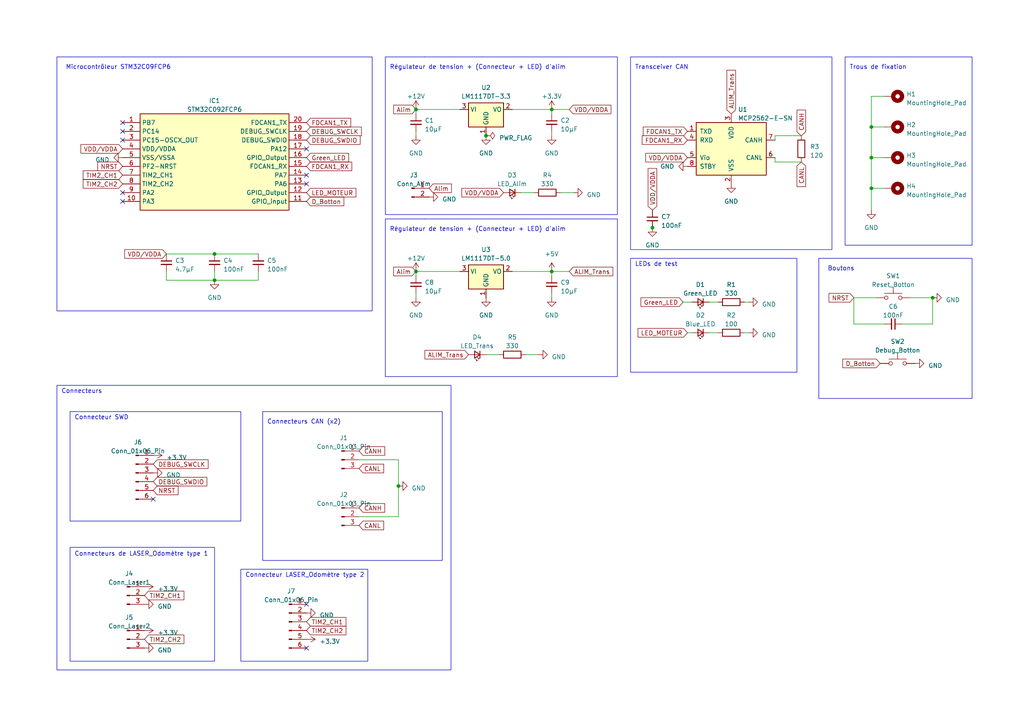
<source format=kicad_sch>
(kicad_sch (version 20250114) (generator "eeschema") (generator_version "9.0")
  (paper "A4")
  (title_block (title "PROJET_CONCEPTION_ODOMETRE") (date "2026-02-10") (rev "1.0") (company "ENSEA"))
  (lib_symbols
    (symbol "Connector:Conn_01x02_Pin" (pin_names (offset 1.016) (hide yes))
      (property "Reference" "J" (at 0 2.54 0))
      (property "Value" "Conn_01x02_Pin" (at 0 -5.08 0))
      (symbol "Conn_01x02_Pin_1_1"
        (rectangle (start 0.8636 0.127) (end 0 -0.127) (stroke (width 0.1524)) (fill (type outline)))
        (rectangle (start 0.8636 -2.413) (end 0 -2.667) (stroke (width 0.1524)) (fill (type outline)))
        (polyline (pts (xy 1.27 0) (xy 0.8636 0)) (stroke (width 0.1524)))
        (polyline (pts (xy 1.27 -2.54) (xy 0.8636 -2.54)) (stroke (width 0.1524)))
        (pin passive line (at 5.08 0 180) (length 3.81) (name "Pin_1") (number "1"))
        (pin passive line (at 5.08 -2.54 180) (length 3.81) (name "Pin_2") (number "2"))
      )
    )
    (symbol "Connector:Conn_01x03_Pin" (pin_names (offset 1.016) (hide yes))
      (property "Reference" "J" (at 0 5.08 0))
      (property "Value" "Conn_01x03_Pin" (at 0 -5.08 0))
      (symbol "Conn_01x03_Pin_1_1"
        (rectangle (start 0.8636 2.667) (end 0 2.413) (stroke (width 0.1524)) (fill (type outline)))
        (rectangle (start 0.8636 0.127) (end 0 -0.127) (stroke (width 0.1524)) (fill (type outline)))
        (rectangle (start 0.8636 -2.413) (end 0 -2.667) (stroke (width 0.1524)) (fill (type outline)))
        (polyline (pts (xy 1.27 2.54) (xy 0.8636 2.54)) (stroke (width 0.1524)))
        (polyline (pts (xy 1.27 0) (xy 0.8636 0)) (stroke (width 0.1524)))
        (polyline (pts (xy 1.27 -2.54) (xy 0.8636 -2.54)) (stroke (width 0.1524)))
        (pin passive line (at 5.08 2.54 180) (length 3.81) (name "Pin_1") (number "1"))
        (pin passive line (at 5.08 0 180) (length 3.81) (name "Pin_2") (number "2"))
        (pin passive line (at 5.08 -2.54 180) (length 3.81) (name "Pin_3") (number "3"))
      )
    )
    (symbol "Connector:Conn_01x06_Pin" (pin_names (offset 1.016) (hide yes))
      (property "Reference" "J" (at 0 7.62 0))
      (property "Value" "Conn_01x06_Pin" (at 0 -10.16 0))
      (symbol "Conn_01x06_Pin_1_1"
        (rectangle (start 0.8636 5.207) (end 0 4.953) (stroke (width 0.1524)) (fill (type outline)))
        (rectangle (start 0.8636 2.667) (end 0 2.413) (stroke (width 0.1524)) (fill (type outline)))
        (rectangle (start 0.8636 0.127) (end 0 -0.127) (stroke (width 0.1524)) (fill (type outline)))
        (rectangle (start 0.8636 -2.413) (end 0 -2.667) (stroke (width 0.1524)) (fill (type outline)))
        (rectangle (start 0.8636 -4.953) (end 0 -5.207) (stroke (width 0.1524)) (fill (type outline)))
        (rectangle (start 0.8636 -7.493) (end 0 -7.747) (stroke (width 0.1524)) (fill (type outline)))
        (polyline (pts (xy 1.27 5.08) (xy 0.8636 5.08)) (stroke (width 0.1524)))
        (polyline (pts (xy 1.27 2.54) (xy 0.8636 2.54)) (stroke (width 0.1524)))
        (polyline (pts (xy 1.27 0) (xy 0.8636 0)) (stroke (width 0.1524)))
        (polyline (pts (xy 1.27 -2.54) (xy 0.8636 -2.54)) (stroke (width 0.1524)))
        (polyline (pts (xy 1.27 -5.08) (xy 0.8636 -5.08)) (stroke (width 0.1524)))
        (polyline (pts (xy 1.27 -7.62) (xy 0.8636 -7.62)) (stroke (width 0.1524)))
        (pin passive line (at 5.08 5.08 180) (length 3.81) (name "Pin_1") (number "1"))
        (pin passive line (at 5.08 2.54 180) (length 3.81) (name "Pin_2") (number "2"))
        (pin passive line (at 5.08 0 180) (length 3.81) (name "Pin_3") (number "3"))
        (pin passive line (at 5.08 -2.54 180) (length 3.81) (name "Pin_4") (number "4"))
        (pin passive line (at 5.08 -5.08 180) (length 3.81) (name "Pin_5") (number "5"))
        (pin passive line (at 5.08 -7.62 180) (length 3.81) (name "Pin_6") (number "6"))
      )
    )
    (symbol "Device:C_Small" (pin_numbers (hide yes)) (pin_names (offset 0.254) (hide yes))
      (property "Reference" "C" (at 0.254 1.778 0))
      (property "Value" "C_Small" (at 0.254 -2.032 0))
      (symbol "C_Small_0_1"
        (polyline (pts (xy -1.524 0.508) (xy 1.524 0.508)) (stroke (width 0.3048)))
        (polyline (pts (xy -1.524 -0.508) (xy 1.524 -0.508)) (stroke (width 0.3302)))
      )
      (symbol "C_Small_1_1"
        (pin passive line (at 0 2.54 270) (length 2.032) (name "~") (number "1"))
        (pin passive line (at 0 -2.54 90) (length 2.032) (name "~") (number "2"))
      )
    )
    (symbol "Device:LED_Small" (pin_numbers (hide yes)) (pin_names (offset 0.254) (hide yes))
      (property "Reference" "D" (at -1.27 3.175 0))
      (property "Value" "LED_Small" (at -4.445 -2.54 0))
      (symbol "LED_Small_0_1"
        (polyline (pts (xy -0.762 -1.016) (xy -0.762 1.016)) (stroke (width 0.254)))
        (polyline (pts (xy 0 0.762) (xy -0.508 1.27) (xy -0.254 1.27) (xy -0.508 1.27) (xy -0.508 1.016)))
        (polyline (pts (xy 0.508 1.27) (xy 0 1.778) (xy 0.254 1.778) (xy 0 1.778) (xy 0 1.524)))
        (polyline (pts (xy 0.762 -1.016) (xy -0.762 0) (xy 0.762 1.016) (xy 0.762 -1.016)) (stroke (width 0.254)))
        (polyline (pts (xy 1.016 0) (xy -0.762 0)))
      )
      (symbol "LED_Small_1_1"
        (pin passive line (at -2.54 0 0) (length 1.778) (name "K") (number "1"))
        (pin passive line (at 2.54 0 180) (length 1.778) (name "A") (number "2"))
      )
    )
    (symbol "Device:R" (pin_numbers (hide yes)) (pin_names (offset 0))
      (property "Reference" "R" (at 2.032 0 90))
      (property "Value" "R" (at 0 0 90))
      (symbol "R_0_1"
        (rectangle (start -1.016 -2.54) (end 1.016 2.54) (stroke (width 0.254)))
      )
      (symbol "R_1_1"
        (pin passive line (at 0 3.81 270) (length 1.27) (name "~") (number "1"))
        (pin passive line (at 0 -3.81 90) (length 1.27) (name "~") (number "2"))
      )
    )
    (symbol "Interface_CAN_LIN:MCP2562-E-SN" (pin_names (offset 1.016))
      (property "Reference" "U" (at -10.16 8.89 0))
      (property "Value" "MCP2562-E-SN" (at 2.54 8.89 0))
      (symbol "MCP2562-E-SN_0_1"
        (rectangle (start -10.16 7.62) (end 10.16 -7.62) (stroke (width 0.254)) (fill (type background)))
      )
      (symbol "MCP2562-E-SN_1_1"
        (pin input line (at -12.7 5.08 0) (length 2.54) (name "TXD") (number "1"))
        (pin output line (at -12.7 2.54 0) (length 2.54) (name "RXD") (number "4"))
        (pin power_in line (at -12.7 -2.54 0) (length 2.54) (name "Vio") (number "5"))
        (pin input line (at -12.7 -5.08 0) (length 2.54) (name "STBY") (number "8"))
        (pin power_in line (at 0 10.16 270) (length 2.54) (name "VDD") (number "3"))
        (pin power_in line (at 0 -10.16 90) (length 2.54) (name "VSS") (number "2"))
        (pin bidirectional line (at 12.7 2.54 180) (length 2.54) (name "CANH") (number "7"))
        (pin bidirectional line (at 12.7 -2.54 180) (length 2.54) (name "CANL") (number "6"))
      )
    )
    (symbol "Mechanical:MountingHole_Pad" (pin_numbers (hide yes)) (pin_names (offset 1.016) (hide yes))
      (property "Reference" "H" (at 0 6.35 0))
      (property "Value" "MountingHole_Pad" (at 0 4.445 0))
      (symbol "MountingHole_Pad_0_1"
        (circle (center 0 1.27) (radius 1.27) (stroke (width 1.27)))
      )
      (symbol "MountingHole_Pad_1_1"
        (pin input line (at 0 -2.54 90) (length 2.54) (name "1") (number "1"))
      )
    )
    (symbol "Regulator_Linear:LM1117DT-3.3"
      (property "Reference" "U" (at -3.81 3.175 0))
      (property "Value" "LM1117DT-3.3" (at 0 3.175 0))
      (symbol "LM1117DT-3.3_0_1"
        (rectangle (start -5.08 -5.08) (end 5.08 1.905) (stroke (width 0.254)) (fill (type background)))
      )
      (symbol "LM1117DT-3.3_1_1"
        (pin power_in line (at -7.62 0 0) (length 2.54) (name "VI") (number "3"))
        (pin power_in line (at 0 -7.62 90) (length 2.54) (name "GND") (number "1"))
        (pin power_out line (at 7.62 0 180) (length 2.54) (name "VO") (number "2"))
      )
    )
    (symbol "Regulator_Linear:LM1117DT-5.0"
      (property "Reference" "U" (at -3.81 3.175 0))
      (property "Value" "LM1117DT-5.0" (at 0 3.175 0))
      (symbol "LM1117DT-5.0_0_1"
        (rectangle (start -5.08 -5.08) (end 5.08 1.905) (stroke (width 0.254)) (fill (type background)))
      )
      (symbol "LM1117DT-5.0_1_1"
        (pin power_in line (at -7.62 0 0) (length 2.54) (name "VI") (number "3"))
        (pin power_in line (at 0 -7.62 90) (length 2.54) (name "GND") (number "1"))
        (pin power_out line (at 7.62 0 180) (length 2.54) (name "VO") (number "2"))
      )
    )
    (symbol "STM32C092FCP6:STM32C092FCP6"
      (property "Reference" "IC1" (at 26.67 6.35 0))
      (property "Value" "STM32C092FCP6" (at 26.67 3.81 0))
      (symbol "STM32C092FCP6_1_1"
        (rectangle (start 5.08 2.54) (end 48.26 -25.4) (stroke (width 0.254)) (fill (type background)))
        (pin passive line (at 0 0 0) (length 5.08) (name "PB7") (number "1"))
        (pin passive line (at 0 -2.54 0) (length 5.08) (name "PC14") (number "2"))
        (pin passive line (at 0 -5.08 0) (length 5.08) (name "PC15-OSCX_OUT") (number "3"))
        (pin passive line (at 0 -7.62 0) (length 5.08) (name "VDD/VDDA") (number "4"))
        (pin passive line (at 0 -10.16 0) (length 5.08) (name "VSS/VSSA") (number "5"))
        (pin passive line (at 0 -12.7 0) (length 5.08) (name "PF2-NRST") (number "6"))
        (pin passive line (at 0 -15.24 0) (length 5.08) (name "TIM2_CH1") (number "7"))
        (pin passive line (at 0 -17.78 0) (length 5.08) (name "TIM2_CH2") (number "8"))
        (pin passive line (at 0 -20.32 0) (length 5.08) (name "PA2") (number "9"))
        (pin passive line (at 0 -22.86 0) (length 5.08) (name "PA3") (number "10"))
        (pin passive line (at 53.34 0 180) (length 5.08) (name "FDCAN1_TX") (number "20"))
        (pin passive line (at 53.34 -2.54 180) (length 5.08) (name "DEBUG_SWCLK") (number "19"))
        (pin passive line (at 53.34 -5.08 180) (length 5.08) (name "DEBUG_SWDIO") (number "18"))
        (pin passive line (at 53.34 -7.62 180) (length 5.08) (name "PA12") (number "17"))
        (pin passive line (at 53.34 -10.16 180) (length 5.08) (name "GPIO_Output") (number "16"))
        (pin passive line (at 53.34 -12.7 180) (length 5.08) (name "FDCAN1_RX") (number "15"))
        (pin passive line (at 53.34 -15.24 180) (length 5.08) (name "PA7") (number "14"))
        (pin passive line (at 53.34 -17.78 180) (length 5.08) (name "PA6") (number "13"))
        (pin passive line (at 53.34 -20.32 180) (length 5.08) (name "GPIO_Output") (number "12"))
        (pin passive line (at 53.34 -22.86 180) (length 5.08) (name "GPIO_input") (number "11"))
      )
    )
    (symbol "Switch:SW_Push" (pin_numbers (hide yes)) (pin_names (offset 1.016) (hide yes))
      (property "Reference" "SW" (at 1.27 2.54 0))
      (property "Value" "SW_Push" (at 0 -1.524 0))
      (symbol "SW_Push_0_1"
        (circle (center -2.032 0) (radius 0.508))
        (polyline (pts (xy 0 1.27) (xy 0 3.048)))
        (circle (center 2.032 0) (radius 0.508))
        (polyline (pts (xy 2.54 1.27) (xy -2.54 1.27)))
        (pin passive line (at -5.08 0 0) (length 2.54) (name "1") (number "1"))
        (pin passive line (at 5.08 0 180) (length 2.54) (name "2") (number "2"))
      )
    )
    (symbol "power:+12V" (power) (pin_names (offset 0))
      (property "Value" "+12V" (at 0 3.556 0))
      (symbol "+12V_0_1"
        (polyline (pts (xy -0.762 1.27) (xy 0 2.54)))
        (polyline (pts (xy 0 2.54) (xy 0.762 1.27)))
        (polyline (pts (xy 0 0) (xy 0 2.54)))
      )
      (symbol "+12V_1_1"
        (pin power_in line (at 0 0 90) (length 0) (hide yes) (name "+12V") (number "1"))
      )
    )
    (symbol "power:+3.3V" (power) (pin_names (offset 0))
      (property "Value" "+3.3V" (at 0 3.556 0))
      (symbol "+3.3V_0_1"
        (polyline (pts (xy -0.762 1.27) (xy 0 2.54)))
        (polyline (pts (xy 0 2.54) (xy 0.762 1.27)))
        (polyline (pts (xy 0 0) (xy 0 2.54)))
      )
      (symbol "+3.3V_1_1"
        (pin power_in line (at 0 0 90) (length 0) (hide yes) (name "+3.3V") (number "1"))
      )
    )
    (symbol "power:GND" (power) (pin_names (offset 0))
      (property "Value" "GND" (at 0 -3.81 0))
      (symbol "GND_0_1"
        (polyline (pts (xy 0 0) (xy 0 -1.27) (xy 1.27 -1.27) (xy 0 -2.54) (xy -1.27 -1.27) (xy 0 -1.27)))
      )
      (symbol "GND_1_1"
        (pin power_in line (at 0 0 270) (length 0) (hide yes) (name "GND") (number "1"))
      )
    )
    (symbol "power:PWR_FLAG" (power) (pin_numbers (hide yes)) (pin_names (offset 0) (hide yes))
      (property "Value" "PWR_FLAG" (at 0 3.81 0))
      (symbol "PWR_FLAG_0_0"
        (pin power_out line (at 0 0 90) (length 0) (name "pwr") (number "1"))
      )
      (symbol "PWR_FLAG_0_1"
        (polyline (pts (xy 0 0) (xy 0 1.27) (xy -1.016 1.905) (xy 0 2.54) (xy 1.016 1.905) (xy 0 1.27)))
      )
    )
  )
  (rectangle (start 16.51 111.76) (end 130.81 194.31))
  (rectangle (start 237.49 74.93) (end 281.94 115.57))
  (rectangle (start 182.88 74.93) (end 231.14 107.95))
  (rectangle (start 76.2 119.38) (end 128.27 162.56))
  (rectangle (start 16.51 16.51) (end 107.95 90.17))
  (rectangle (start 20.32 119.38) (end 69.85 151.13))
  (rectangle (start 123.19 16.51) (end 123.19 16.51))
  (rectangle (start 245.11 16.51) (end 281.94 71.12))
  (rectangle (start 111.76 16.51) (end 179.07 62.23))
  (rectangle (start 111.76 63.5) (end 179.07 109.22))
  (rectangle (start 182.88 16.51) (end 241.3 72.39))
  (rectangle (start 201.93 91.44) (end 201.93 91.44))
  (rectangle (start 20.32 158.75) (end 62.23 191.77))
  (rectangle (start 69.85 165.1) (end 106.68 191.77))
  (rectangle (start 123.19 63.5) (end 123.19 63.5))
  (text "LEDs de test\n" (at 184.15 77.47 0) (effects (font (size 1.27 1.27)) (justify left bottom)))
  (text "Transceiver CAN\n" (at 184.15 20.32 0) (effects (font (size 1.27 1.27)) (justify left bottom)))
  (text "Connecteurs CAN (x2)\n" (at 77.47 123.19 0) (effects (font (size 1.27 1.27)) (justify left bottom)))
  (text "Régulateur de tension + (Connecteur + LED) d'alim" (at 113.03 67.31 0) (effects (font (size 1.27 1.27)) (justify left bottom)))
  (text "Connecteur SWD " (at 21.59 121.92 0) (effects (font (size 1.27 1.27)) (justify left bottom)))
  (text "Connecteurs de LASER_Odomètre type 1\n\n\n\n" (at 21.59 167.64 0) (effects (font (size 1.27 1.27)) (justify left bottom)))
  (text "Connecteurs\n" (at 17.78 114.3 0) (effects (font (size 1.27 1.27)) (justify left bottom)))
  (text "Boutons" (at 240.03 78.74 0) (effects (font (size 1.27 1.27)) (justify left bottom)))
  (text "Régulateur de tension + (Connecteur + LED) d'alim" (at 113.03 20.32 0) (effects (font (size 1.27 1.27)) (justify left bottom)))
  (text "Connecteur LASER_Odomètre type 2\n" (at 71.12 167.64 0) (effects (font (size 1.27 1.27)) (justify left bottom)))
  (text "Microcontrôleur STM32C09FCP6\n" (at 19.05 20.32 0) (effects (font (size 1.27 1.27)) (justify left bottom)))
  (text "Trous de fixation\n" (at 246.38 20.32 0) (effects (font (size 1.27 1.27)) (justify left bottom)))
  (junction (at 62.23 73.66))
  (junction (at 120.65 78.74))
  (junction (at 189.23 66.04))
  (junction (at 252.73 36.83))
  (junction (at 252.73 54.61))
  (junction (at 160.02 78.74))
  (junction (at 160.02 31.75))
  (junction (at 62.23 81.28))
  (junction (at 270.51 86.36))
  (junction (at 252.73 45.72))
  (junction (at 115.57 140.97))
  (junction (at 140.97 39.37))
  (junction (at 120.65 31.75))
  (no_connect (at 88.9 175.26))
  (no_connect (at 35.56 35.56))
  (no_connect (at 88.9 50.8))
  (no_connect (at 88.9 53.34))
  (no_connect (at 44.45 144.78))
  (no_connect (at 35.56 55.88))
  (no_connect (at 88.9 43.18))
  (no_connect (at 35.56 58.42))
  (no_connect (at 88.9 187.96))
  (no_connect (at 35.56 40.64))
  (no_connect (at 35.56 38.1))
  (wire (pts (xy 224.79 39.37) (xy 232.41 39.37)))
  (wire (pts (xy 160.02 39.37) (xy 160.02 38.1)))
  (wire (pts (xy 120.65 78.74) (xy 120.65 80.01)))
  (wire (pts (xy 205.74 96.52) (xy 208.28 96.52)))
  (wire (pts (xy 270.51 93.98) (xy 270.51 86.36)))
  (wire (pts (xy 252.73 36.83) (xy 252.73 45.72)))
  (wire (pts (xy 62.23 78.74) (xy 62.23 81.28)))
  (wire (pts (xy 252.73 45.72) (xy 252.73 54.61)))
  (wire (pts (xy 224.79 45.72) (xy 224.79 46.99)))
  (wire (pts (xy 148.59 31.75) (xy 160.02 31.75)))
  (wire (pts (xy 252.73 27.94) (xy 252.73 36.83)))
  (wire (pts (xy 247.65 86.36) (xy 247.65 93.98)))
  (wire (pts (xy 152.4 102.87) (xy 156.21 102.87)))
  (wire (pts (xy 74.93 78.74) (xy 74.93 81.28)))
  (wire (pts (xy 62.23 81.28) (xy 74.93 81.28)))
  (wire (pts (xy 115.57 149.86) (xy 104.14 149.86)))
  (wire (pts (xy 256.54 27.94) (xy 252.73 27.94)))
  (wire (pts (xy 115.57 140.97) (xy 115.57 149.86)))
  (wire (pts (xy 252.73 36.83) (xy 256.54 36.83)))
  (wire (pts (xy 205.74 87.63) (xy 208.28 87.63)))
  (wire (pts (xy 247.65 93.98) (xy 256.54 93.98)))
  (wire (pts (xy 165.1 31.75) (xy 160.02 31.75)))
  (wire (pts (xy 215.9 96.52) (xy 217.17 96.52)))
  (wire (pts (xy 252.73 54.61) (xy 252.73 60.96)))
  (wire (pts (xy 48.26 78.74) (xy 48.26 81.28)))
  (wire (pts (xy 148.59 78.74) (xy 160.02 78.74)))
  (wire (pts (xy 120.65 31.75) (xy 120.65 33.02)))
  (wire (pts (xy 160.02 86.36) (xy 160.02 85.09)))
  (wire (pts (xy 160.02 78.74) (xy 160.02 80.01)))
  (wire (pts (xy 189.23 66.04) (xy 189.23 64.77)))
  (wire (pts (xy 120.65 31.75) (xy 133.35 31.75)))
  (wire (pts (xy 261.62 93.98) (xy 270.51 93.98)))
  (wire (pts (xy 62.23 73.66) (xy 74.93 73.66)))
  (wire (pts (xy 120.65 78.74) (xy 133.35 78.74)))
  (wire (pts (xy 115.57 133.35) (xy 115.57 140.97)))
  (wire (pts (xy 215.9 87.63) (xy 217.17 87.63)))
  (wire (pts (xy 48.26 73.66) (xy 62.23 73.66)))
  (wire (pts (xy 252.73 45.72) (xy 256.54 45.72)))
  (wire (pts (xy 224.79 46.99) (xy 232.41 46.99)))
  (wire (pts (xy 48.26 81.28) (xy 62.23 81.28)))
  (wire (pts (xy 151.13 55.88) (xy 154.94 55.88)))
  (wire (pts (xy 140.97 102.87) (xy 144.78 102.87)))
  (wire (pts (xy 224.79 40.64) (xy 224.79 39.37)))
  (wire (pts (xy 198.12 87.63) (xy 200.66 87.63)))
  (wire (pts (xy 120.65 85.09) (xy 120.65 86.36)))
  (wire (pts (xy 254 86.36) (xy 247.65 86.36)))
  (wire (pts (xy 120.65 38.1) (xy 120.65 39.37)))
  (wire (pts (xy 252.73 54.61) (xy 256.54 54.61)))
  (wire (pts (xy 104.14 133.35) (xy 115.57 133.35)))
  (wire (pts (xy 162.56 55.88) (xy 166.37 55.88)))
  (wire (pts (xy 165.1 78.74) (xy 160.02 78.74)))
  (wire (pts (xy 270.51 86.36) (xy 264.16 86.36)))
  (wire (pts (xy 199.39 96.52) (xy 200.66 96.52)))
  (wire (pts (xy 160.02 31.75) (xy 160.02 33.02)))
  (global_label "FDCAN1_RX" (shape input) (at 199.39 40.64 180) (property "Intersheetrefs" "${INTERSHEET_REFS}" (effects (hide yes))))
  (global_label "Alim" (shape input) (at 124.46 54.61 0) (property "Intersheetrefs" "${INTERSHEET_REFS}" (effects (hide yes))))
  (global_label "DEBUG_SWCLK" (shape input) (at 44.45 134.62 0) (property "Intersheetrefs" "${INTERSHEET_REFS}" (effects (hide yes))))
  (global_label "Green_LED" (shape input) (at 198.12 87.63 180) (property "Intersheetrefs" "${INTERSHEET_REFS}" (effects (hide yes))))
  (global_label "TIM2_CH2" (shape input) (at 41.91 185.42 0) (property "Intersheetrefs" "${INTERSHEET_REFS}" (effects (hide yes))))
  (global_label "LED_MOTEUR" (shape input) (at 199.39 96.52 180) (property "Intersheetrefs" "${INTERSHEET_REFS}" (effects (hide yes))))
  (global_label "TIM2_CH1" (shape input) (at 35.56 50.8 180) (property "Intersheetrefs" "${INTERSHEET_REFS}" (effects (hide yes))))
  (global_label "TIM2_CH1" (shape input) (at 88.9 180.34 0) (property "Intersheetrefs" "${INTERSHEET_REFS}" (effects (hide yes))))
  (global_label "VDD{slash}VDDA" (shape input) (at 189.23 60.96 90) (property "Intersheetrefs" "${INTERSHEET_REFS}" (effects (hide yes))))
  (global_label "FDCAN1_RX" (shape input) (at 88.9 48.26 0) (property "Intersheetrefs" "${INTERSHEET_REFS}" (effects (hide yes))))
  (global_label "CANH" (shape input) (at 232.41 39.37 90) (property "Intersheetrefs" "${INTERSHEET_REFS}" (effects (hide yes))))
  (global_label "Green_LED" (shape input) (at 88.9 45.72 0) (property "Intersheetrefs" "${INTERSHEET_REFS}" (effects (hide yes))))
  (global_label "FDCAN1_TX" (shape input) (at 199.39 38.1 180) (property "Intersheetrefs" "${INTERSHEET_REFS}" (effects (hide yes))))
  (global_label "VDD{slash}VDDA" (shape input) (at 165.1 31.75 0) (property "Intersheetrefs" "${INTERSHEET_REFS}" (effects (hide yes))))
  (global_label "CANL" (shape input) (at 104.14 152.4 0) (property "Intersheetrefs" "${INTERSHEET_REFS}" (effects (hide yes))))
  (global_label "VDD{slash}VDDA" (shape input) (at 48.26 73.66 180) (property "Intersheetrefs" "${INTERSHEET_REFS}" (effects (hide yes))))
  (global_label "CANH" (shape input) (at 104.14 147.32 0) (property "Intersheetrefs" "${INTERSHEET_REFS}" (effects (hide yes))))
  (global_label "VDD{slash}VDDA" (shape input) (at 35.56 43.18 180) (property "Intersheetrefs" "${INTERSHEET_REFS}" (effects (hide yes))))
  (global_label "TIM2_CH2" (shape input) (at 35.56 53.34 180) (property "Intersheetrefs" "${INTERSHEET_REFS}" (effects (hide yes))))
  (global_label "NRST" (shape input) (at 247.65 86.36 180) (property "Intersheetrefs" "${INTERSHEET_REFS}" (effects (hide yes))))
  (global_label "Alim" (shape input) (at 120.65 78.74 180) (property "Intersheetrefs" "${INTERSHEET_REFS}" (effects (hide yes))))
  (global_label "TIM2_CH2" (shape input) (at 88.9 182.88 0) (property "Intersheetrefs" "${INTERSHEET_REFS}" (effects (hide yes))))
  (global_label "NRST" (shape input) (at 44.45 142.24 0) (property "Intersheetrefs" "${INTERSHEET_REFS}" (effects (hide yes))))
  (global_label "D_Botton" (shape input) (at 88.9 58.42 0) (property "Intersheetrefs" "${INTERSHEET_REFS}" (effects (hide yes))))
  (global_label "VDD{slash}VDDA" (shape input) (at 199.39 45.72 180) (property "Intersheetrefs" "${INTERSHEET_REFS}" (effects (hide yes))))
  (global_label "DEBUG_SWCLK" (shape input) (at 88.9 38.1 0) (property "Intersheetrefs" "${INTERSHEET_REFS}" (effects (hide yes))))
  (global_label "CANL" (shape input) (at 232.41 46.99 270) (property "Intersheetrefs" "${INTERSHEET_REFS}" (effects (hide yes))))
  (global_label "CANH" (shape input) (at 104.14 130.81 0) (property "Intersheetrefs" "${INTERSHEET_REFS}" (effects (hide yes))))
  (global_label "Alim" (shape input) (at 120.65 31.75 180) (property "Intersheetrefs" "${INTERSHEET_REFS}" (effects (hide yes))))
  (global_label "NRST" (shape input) (at 35.56 48.26 180) (property "Intersheetrefs" "${INTERSHEET_REFS}" (effects (hide yes))))
  (global_label "TIM2_CH1" (shape input) (at 41.91 172.72 0) (property "Intersheetrefs" "${INTERSHEET_REFS}" (effects (hide yes))))
  (global_label "ALIM_Trans" (shape input) (at 212.09 33.02 90) (property "Intersheetrefs" "${INTERSHEET_REFS}" (effects (hide yes))))
  (global_label "LED_MOTEUR" (shape input) (at 88.9 55.88 0) (property "Intersheetrefs" "${INTERSHEET_REFS}" (effects (hide yes))))
  (global_label "FDCAN1_TX" (shape input) (at 88.9 35.56 0) (property "Intersheetrefs" "${INTERSHEET_REFS}" (effects (hide yes))))
  (global_label "D_Botton" (shape input) (at 255.27 105.41 180) (property "Intersheetrefs" "${INTERSHEET_REFS}" (effects (hide yes))))
  (global_label "DEBUG_SWDIO" (shape input) (at 88.9 40.64 0) (property "Intersheetrefs" "${INTERSHEET_REFS}" (effects (hide yes))))
  (global_label "ALIM_Trans" (shape input) (at 165.1 78.74 0) (property "Intersheetrefs" "${INTERSHEET_REFS}" (effects (hide yes))))
  (global_label "ALIM_Trans" (shape input) (at 135.89 102.87 180) (property "Intersheetrefs" "${INTERSHEET_REFS}" (effects (hide yes))))
  (global_label "CANL" (shape input) (at 104.14 135.89 0) (property "Intersheetrefs" "${INTERSHEET_REFS}" (effects (hide yes))))
  (global_label "DEBUG_SWDIO" (shape input) (at 44.45 139.7 0) (property "Intersheetrefs" "${INTERSHEET_REFS}" (effects (hide yes))))
  (global_label "VDD{slash}VDDA" (shape input) (at 146.05 55.88 180) (property "Intersheetrefs" "${INTERSHEET_REFS}" (effects (hide yes))))
  (symbol (lib_id "power:GND") (at 265.43 105.41 90) (unit 1)
    (property "Reference" "#PWR026" (effects (hide yes)))
    (property "Value" "GND" (at 269.24 106.045 90) (effects (justify right)))
  )
  (symbol (lib_id "Device:C_Small") (at 62.23 76.2 0) (unit 1)
    (property "Reference" "C4" (at 64.77 75.5713 0) (effects (justify left)))
    (property "Value" "100nF" (at 64.77 78.1113 0) (effects (justify left)))
    (property "Footprint" "Capacitor_SMD:C_0805_2012Metric_Pad1.18x1.45mm_HandSolder" (effects (hide yes)))
  )
  (symbol (lib_id "Device:R") (at 158.75 55.88 90) (unit 1)
    (property "Reference" "R4" (at 158.75 50.8 90))
    (property "Value" "330" (at 158.75 53.34 90))
    (property "Footprint" "Resistor_SMD:R_0603_1608Metric_Pad0.98x0.95mm_HandSolder" (effects (hide yes)))
  )
  (symbol (lib_id "Switch:SW_Push") (at 260.35 105.41 0) (unit 1)
    (property "Reference" "SW2" (at 260.35 99.06 0))
    (property "Value" "Debug_Botton" (at 260.35 101.6 0))
    (property "Footprint" "Button_Switch_THT:SW_PUSH_6mm" (effects (hide yes)))
  )
  (symbol (lib_id "power:+3.3V") (at 41.91 170.18 270) (unit 1)
    (property "Reference" "#PWR017" (effects (hide yes)))
    (property "Value" "+3.3V" (at 45.72 170.815 90) (effects (justify left)))
  )
  (symbol (lib_id "Device:R") (at 148.59 102.87 90) (unit 1)
    (property "Reference" "R5" (at 148.59 97.79 90))
    (property "Value" "330" (at 148.59 100.33 90))
    (property "Footprint" "Resistor_SMD:R_0603_1608Metric_Pad0.98x0.95mm_HandSolder" (effects (hide yes)))
  )
  (symbol (lib_id "power:+3.3V") (at 44.45 132.08 270) (unit 1)
    (property "Reference" "#PWR012" (effects (hide yes)))
    (property "Value" "+3.3V" (at 48.26 132.715 90) (effects (justify left)))
  )
  (symbol (lib_id "power:GND") (at 160.02 39.37 0) (unit 1)
    (property "Reference" "#PWR024" (effects (hide yes)))
    (property "Value" "GND" (at 160.02 44.45 0))
  )
  (symbol (lib_id "Device:C_Small") (at 160.02 82.55 0) (unit 1)
    (property "Reference" "C9" (at 162.56 81.9213 0) (effects (justify left)))
    (property "Value" "10µF" (at 162.56 84.4613 0) (effects (justify left)))
    (property "Footprint" "Capacitor_SMD:C_0805_2012Metric_Pad1.18x1.45mm_HandSolder" (effects (hide yes)))
  )
  (symbol (lib_id "Device:R") (at 232.41 43.18 0) (unit 1)
    (property "Reference" "R3" (at 234.95 42.545 0) (effects (justify left)))
    (property "Value" "120" (at 234.95 45.085 0) (effects (justify left)))
    (property "Footprint" "Resistor_SMD:R_0603_1608Metric_Pad0.98x0.95mm_HandSolder" (effects (hide yes)))
  )
  (symbol (lib_id "Connector:Conn_01x03_Pin") (at 36.83 172.72 0) (unit 1)
    (property "Reference" "J4" (at 37.465 166.37 0))
    (property "Value" "Conn_Laser1" (at 37.465 168.91 0))
    (property "Footprint" "Connector_JST:JST_PH_B3B-PH-K_1x03_P2.00mm_Vertical" (effects (hide yes)))
  )
  (symbol (lib_id "power:+12V") (at 160.02 78.74 0) (unit 1)
    (property "Reference" "#PWR030" (effects (hide yes)))
    (property "Value" "+5V" (at 160.02 73.66 0))
  )
  (symbol (lib_id "power:GND") (at 120.65 39.37 0) (unit 1)
    (property "Reference" "#PWR014" (effects (hide yes)))
    (property "Value" "GND" (at 120.65 44.45 0))
  )
  (symbol (lib_id "Device:C_Small") (at 160.02 35.56 0) (unit 1)
    (property "Reference" "C2" (at 162.56 34.9313 0) (effects (justify left)))
    (property "Value" "10µF" (at 162.56 37.4713 0) (effects (justify left)))
    (property "Footprint" "Capacitor_SMD:C_0805_2012Metric_Pad1.18x1.45mm_HandSolder" (effects (hide yes)))
  )
  (symbol (lib_id "Interface_CAN_LIN:MCP2562-E-SN") (at 212.09 43.18 0) (unit 1)
    (property "Reference" "U1" (at 214.0459 31.75 0) (effects (justify left)))
    (property "Value" "MCP2562-E-SN" (at 214.0459 34.29 0) (effects (justify left)))
    (property "Footprint" "Package_SO:SOIC-8_3.9x4.9mm_P1.27mm" (effects (hide yes)))
    (property "Datasheet" "http://ww1.microchip.com/downloads/en/DeviceDoc/25167A.pdf" (effects (hide yes)))
  )
  (symbol (lib_id "Device:R") (at 212.09 87.63 90) (unit 1)
    (property "Reference" "R1" (at 212.09 82.55 90))
    (property "Value" "330" (at 212.09 85.09 90))
    (property "Footprint" "Resistor_SMD:R_0603_1608Metric_Pad0.98x0.95mm_HandSolder" (effects (hide yes)))
  )
  (symbol (lib_id "Mechanical:MountingHole_Pad") (at 259.08 36.83 270) (unit 1)
    (property "Reference" "H2" (at 262.89 36.195 90) (effects (justify left)))
    (property "Value" "MountingHole_Pad" (at 262.89 38.735 90) (effects (justify left)))
    (property "Footprint" "MountingHole:MountingHole_3.2mm_M3_DIN965_Pad" (effects (hide yes)))
  )
  (symbol (lib_id "power:+3.3V") (at 160.02 31.75 0) (unit 1)
    (property "Reference" "#PWR03" (effects (hide yes)))
    (property "Value" "+3.3V" (at 160.02 27.94 0))
  )
  (symbol (lib_id "power:GND") (at 189.23 66.04 0) (unit 1)
    (property "Reference" "#PWR027" (effects (hide yes)))
    (property "Value" "GND" (at 189.23 71.12 0))
  )
  (symbol (lib_id "Device:C_Small") (at 259.08 93.98 270) (unit 1)
    (property "Reference" "C6" (at 259.0736 88.9 90))
    (property "Value" "100nF" (at 259.0736 91.44 90))
    (property "Footprint" "Capacitor_SMD:C_0805_2012Metric_Pad1.18x1.45mm_HandSolder" (effects (hide yes)))
  )
  (symbol (lib_id "power:GND") (at 41.91 175.26 90) (unit 1)
    (property "Reference" "#PWR018" (effects (hide yes)))
    (property "Value" "GND" (at 45.72 175.895 90) (effects (justify right)))
  )
  (symbol (lib_id "power:GND") (at 120.65 86.36 0) (unit 1)
    (property "Reference" "#PWR029" (effects (hide yes)))
    (property "Value" "GND" (at 120.65 91.44 0))
  )
  (symbol (lib_id "power:GND") (at 115.57 140.97 90) (unit 1)
    (property "Reference" "#PWR022" (effects (hide yes)))
    (property "Value" "GND" (at 119.38 141.605 90) (effects (justify right)))
  )
  (symbol (lib_id "power:GND") (at 160.02 86.36 0) (unit 1)
    (property "Reference" "#PWR033" (effects (hide yes)))
    (property "Value" "GND" (at 160.02 91.44 0))
  )
  (symbol (lib_id "Regulator_Linear:LM1117DT-3.3") (at 140.97 31.75 0) (unit 1)
    (property "Reference" "U2" (at 140.97 25.4 0))
    (property "Value" "LM1117DT-3.3" (at 140.97 27.94 0))
    (property "Footprint" "Package_TO_SOT_SMD:TO-252-3_TabPin2" (effects (hide yes)))
    (property "Datasheet" "http://www.ti.com/lit/ds/symlink/lm1117.pdf" (effects (hide yes)))
  )
  (symbol (lib_id "power:GND") (at 62.23 81.28 0) (unit 1)
    (property "Reference" "#PWR06" (effects (hide yes)))
    (property "Value" "GND" (at 62.23 86.36 0))
  )
  (symbol (lib_id "power:+12V") (at 120.65 78.74 0) (unit 1)
    (property "Reference" "#PWR028" (effects (hide yes)))
    (property "Value" "+12V" (at 120.65 74.93 0))
  )
  (symbol (lib_id "power:+12V") (at 120.65 31.75 0) (unit 1)
    (property "Reference" "#PWR05" (effects (hide yes)))
    (property "Value" "+12V" (at 120.65 27.94 0))
  )
  (symbol (lib_id "power:+3.3V") (at 41.91 182.88 270) (unit 1)
    (property "Reference" "#PWR020" (effects (hide yes)))
    (property "Value" "+3.3V" (at 45.72 183.515 90) (effects (justify left)))
  )
  (symbol (lib_id "power:+3.3V") (at 88.9 185.42 270) (unit 1)
    (property "Reference" "#PWR025" (effects (hide yes)))
    (property "Value" "+3.3V" (at 92.71 186.055 90) (effects (justify left)))
  )
  (symbol (lib_id "power:GND") (at 166.37 55.88 90) (unit 1)
    (property "Reference" "#PWR011" (effects (hide yes)))
    (property "Value" "GND" (at 170.18 56.515 90) (effects (justify right)))
  )
  (symbol (lib_id "power:PWR_FLAG") (at 140.97 39.37 270) (unit 1)
    (property "Reference" "#FLG02" (effects (hide yes)))
    (property "Value" "PWR_FLAG" (at 144.78 40.005 90) (effects (justify left)))
  )
  (symbol (lib_id "power:GND") (at 44.45 137.16 90) (unit 1)
    (property "Reference" "#PWR013" (effects (hide yes)))
    (property "Value" "GND" (at 48.26 137.795 90) (effects (justify right)))
  )
  (symbol (lib_id "Connector:Conn_01x03_Pin") (at 36.83 185.42 0) (unit 1)
    (property "Reference" "J5" (at 37.465 179.07 0))
    (property "Value" "Conn_Laser2" (at 37.465 181.61 0))
    (property "Footprint" "Connector_JST:JST_PH_B3B-PH-K_1x03_P2.00mm_Vertical" (effects (hide yes)))
  )
  (symbol (lib_id "Device:C_Small") (at 48.26 76.2 0) (unit 1)
    (property "Reference" "C3" (at 50.8 75.5713 0) (effects (justify left)))
    (property "Value" "4.7µF" (at 50.8 78.1113 0) (effects (justify left)))
    (property "Footprint" "Capacitor_SMD:C_0805_2012Metric_Pad1.18x1.45mm_HandSolder" (effects (hide yes)))
  )
  (symbol (lib_id "power:GND") (at 124.46 57.15 90) (unit 1)
    (property "Reference" "#PWR019" (effects (hide yes)))
    (property "Value" "GND" (at 128.27 57.785 90) (effects (justify right)))
  )
  (symbol (lib_id "Device:LED_Small") (at 148.59 55.88 180) (unit 1)
    (property "Reference" "D3" (at 148.5265 50.8 0))
    (property "Value" "LED_Alim" (at 148.5265 53.34 0))
    (property "Footprint" "Diode_SMD:D_0603_1608Metric_Pad1.05x0.95mm_HandSolder" (effects (hide yes)))
  )
  (symbol (lib_id "power:GND") (at 212.09 53.34 0) (unit 1)
    (property "Reference" "#PWR016" (effects (hide yes)))
    (property "Value" "GND" (at 212.09 58.42 0))
  )
  (symbol (lib_id "Device:LED_Small") (at 138.43 102.87 180) (unit 1)
    (property "Reference" "D4" (at 138.3665 97.79 0))
    (property "Value" "LED_Trans" (at 138.3665 100.33 0))
    (property "Footprint" "Diode_SMD:D_0603_1608Metric_Pad1.05x0.95mm_HandSolder" (effects (hide yes)))
  )
  (symbol (lib_id "power:GND") (at 217.17 96.52 90) (unit 1)
    (property "Reference" "#PWR08" (effects (hide yes)))
    (property "Value" "GND" (at 220.98 97.155 90) (effects (justify right)))
  )
  (symbol (lib_id "Connector:Conn_01x03_Pin") (at 99.06 149.86 0) (unit 1)
    (property "Reference" "J2" (at 99.695 143.51 0))
    (property "Value" "Conn_01x03_Pin" (at 99.695 146.05 0))
    (property "Footprint" "Connector_PinHeader_2.54mm:PinHeader_1x03_P2.54mm_Vertical" (effects (hide yes)))
  )
  (symbol (lib_id "power:GND") (at 252.73 60.96 0) (unit 1)
    (property "Reference" "#PWR01" (effects (hide yes)))
    (property "Value" "GND" (at 252.73 66.04 0))
  )
  (symbol (lib_id "power:GND") (at 217.17 87.63 90) (unit 1)
    (property "Reference" "#PWR02" (effects (hide yes)))
    (property "Value" "GND" (at 220.98 88.265 90) (effects (justify right)))
  )
  (symbol (lib_id "power:GND") (at 35.56 45.72 270) (unit 1)
    (property "Reference" "#PWR015" (effects (hide yes)))
    (property "Value" "GND" (at 31.75 46.355 90) (effects (justify right)))
  )
  (symbol (lib_id "Mechanical:MountingHole_Pad") (at 259.08 45.72 270) (unit 1)
    (property "Reference" "H3" (at 262.89 45.085 90) (effects (justify left)))
    (property "Value" "MountingHole_Pad" (at 262.89 47.625 90) (effects (justify left)))
    (property "Footprint" "MountingHole:MountingHole_3.2mm_M3_DIN965_Pad" (effects (hide yes)))
  )
  (symbol (lib_id "power:GND") (at 41.91 187.96 90) (unit 1)
    (property "Reference" "#PWR021" (effects (hide yes)))
    (property "Value" "GND" (at 45.72 188.595 90) (effects (justify right)))
  )
  (symbol (lib_id "power:GND") (at 270.51 86.36 90) (unit 1)
    (property "Reference" "#PWR07" (effects (hide yes)))
    (property "Value" "GND" (at 274.32 86.995 90) (effects (justify right)))
  )
  (symbol (lib_id "Mechanical:MountingHole_Pad") (at 259.08 27.94 270) (unit 1)
    (property "Reference" "H1" (at 262.89 27.305 90) (effects (justify left)))
    (property "Value" "MountingHole_Pad" (at 262.89 29.845 90) (effects (justify left)))
    (property "Footprint" "MountingHole:MountingHole_3.2mm_M3_DIN965_Pad" (effects (hide yes)))
  )
  (symbol (lib_id "Device:C_Small") (at 74.93 76.2 180) (unit 1)
    (property "Reference" "C5" (at 77.47 75.5586 0) (effects (justify right)))
    (property "Value" "100nF" (at 77.47 78.0986 0) (effects (justify right)))
    (property "Footprint" "Capacitor_SMD:C_0805_2012Metric_Pad1.18x1.45mm_HandSolder" (effects (hide yes)))
  )
  (symbol (lib_id "power:GND") (at 88.9 177.8 90) (unit 1)
    (property "Reference" "#PWR023" (effects (hide yes)))
    (property "Value" "GND" (at 92.71 178.435 90) (effects (justify right)))
  )
  (symbol (lib_id "STM32C092FCP6:STM32C092FCP6") (at 35.56 35.56 0) (unit 1)
    (property "Reference" "IC1" (at 62.23 29.21 0))
    (property "Value" "STM32C092FCP6" (at 62.23 31.75 0))
    (property "Footprint" "Package_SO:TSSOP-20_4.4x6.5mm_P0.65mm" (effects (hide yes)))
    (property "Datasheet" "https://www.st.com/resource/en/datasheet/stm32c091cb.pdf" (effects (hide yes)))
    (property "Height" "1.2" (effects (hide yes)))
    (property "Manufacturer_Name" "STMicroelectronics" (effects (hide yes)))
    (property "Manufacturer_Part_Number" "STM32C092FCP6" (effects (hide yes)))
  )
  (symbol (lib_id "Device:LED_Small") (at 203.2 87.63 180) (unit 1)
    (property "Reference" "D1" (at 203.1365 82.55 0))
    (property "Value" "Green_LED" (at 203.1365 85.09 0))
    (property "Footprint" "Diode_SMD:D_0603_1608Metric_Pad1.05x0.95mm_HandSolder" (effects (hide yes)))
  )
  (symbol (lib_id "Device:C_Small") (at 120.65 82.55 0) (unit 1)
    (property "Reference" "C8" (at 123.19 81.9213 0) (effects (justify left)))
    (property "Value" "10µF" (at 123.19 84.4613 0) (effects (justify left)))
    (property "Footprint" "Capacitor_SMD:C_0805_2012Metric_Pad1.18x1.45mm_HandSolder" (effects (hide yes)))
  )
  (symbol (lib_id "Regulator_Linear:LM1117DT-5.0") (at 140.97 78.74 0) (unit 1)
    (property "Reference" "U3" (at 140.97 72.39 0))
    (property "Value" "LM1117DT-5.0" (at 140.97 74.93 0))
    (property "Footprint" "Package_TO_SOT_SMD:TO-252-3_TabPin2" (effects (hide yes)))
    (property "Datasheet" "http://www.ti.com/lit/ds/symlink/lm1117.pdf" (effects (hide yes)))
  )
  (symbol (lib_id "Connector:Conn_01x03_Pin") (at 99.06 133.35 0) (unit 1)
    (property "Reference" "J1" (at 99.695 127 0))
    (property "Value" "Conn_01x03_Pin" (at 99.695 129.54 0))
    (property "Footprint" "Connector_PinHeader_2.54mm:PinHeader_1x03_P2.54mm_Vertical" (effects (hide yes)))
  )
  (symbol (lib_id "power:GND") (at 140.97 39.37 0) (unit 1)
    (property "Reference" "#PWR04" (effects (hide yes)))
    (property "Value" "GND" (at 140.97 44.45 0))
  )
  (symbol (lib_id "Switch:SW_Push") (at 259.08 86.36 0) (unit 1)
    (property "Reference" "SW1" (at 259.08 80.01 0))
    (property "Value" "Reset_Botton" (at 259.08 82.55 0))
    (property "Footprint" "Button_Switch_THT:SW_PUSH_6mm" (effects (hide yes)))
  )
  (symbol (lib_id "Connector:Conn_01x02_Pin") (at 119.38 54.61 0) (unit 1)
    (property "Reference" "J3" (at 120.015 50.8 0))
    (property "Value" "Conn_Alim" (at 120.015 53.34 0))
    (property "Footprint" "Connector_JST:JST_PH_B2B-PH-K_1x02_P2.00mm_Vertical" (effects (hide yes)))
  )
  (symbol (lib_id "Device:LED_Small") (at 203.2 96.52 180) (unit 1)
    (property "Reference" "D2" (at 203.1365 91.44 0))
    (property "Value" "Blue_LED" (at 203.1365 93.98 0))
    (property "Footprint" "Diode_SMD:D_0603_1608Metric_Pad1.05x0.95mm_HandSolder" (effects (hide yes)))
  )
  (symbol (lib_id "Device:R") (at 212.09 96.52 90) (unit 1)
    (property "Reference" "R2" (at 212.09 91.44 90))
    (property "Value" "100" (at 212.09 93.98 90))
    (property "Footprint" "Resistor_SMD:R_0603_1608Metric_Pad0.98x0.95mm_HandSolder" (effects (hide yes)))
  )
  (symbol (lib_id "Device:C_Small") (at 189.23 63.5 0) (unit 1)
    (property "Reference" "C7" (at 191.77 62.8713 0) (effects (justify left)))
    (property "Value" "100nF" (at 191.77 65.4113 0) (effects (justify left)))
    (property "Footprint" "Capacitor_SMD:C_0805_2012Metric_Pad1.18x1.45mm_HandSolder" (effects (hide yes)))
  )
  (symbol (lib_id "Connector:Conn_01x06_Pin") (at 39.37 137.16 0) (unit 1)
    (property "Reference" "J6" (at 40.005 128.27 0))
    (property "Value" "Conn_01x06_Pin" (at 40.005 130.81 0))
    (property "Footprint" "Connector_PinHeader_2.54mm:PinHeader_1x06_P2.54mm_Vertical" (effects (hide yes)))
  )
  (symbol (lib_id "power:GND") (at 140.97 86.36 0) (unit 1)
    (property "Reference" "#PWR031" (effects (hide yes)))
    (property "Value" "GND" (at 140.97 91.44 0))
  )
  (symbol (lib_id "Connector:Conn_01x06_Pin") (at 83.82 180.34 0) (unit 1)
    (property "Reference" "J7" (at 84.455 171.45 0))
    (property "Value" "Conn_01x06_Pin" (at 84.455 173.99 0))
    (property "Footprint" "Connector_PinHeader_2.54mm:PinHeader_1x06_P2.54mm_Vertical" (effects (hide yes)))
  )
  (symbol (lib_id "Mechanical:MountingHole_Pad") (at 259.08 54.61 270) (unit 1)
    (property "Reference" "H4" (at 262.89 53.975 90) (effects (justify left)))
    (property "Value" "MountingHole_Pad" (at 262.89 56.515 90) (effects (justify left)))
    (property "Footprint" "MountingHole:MountingHole_3.2mm_M3_DIN965_Pad" (effects (hide yes)))
  )
  (symbol (lib_id "power:GND") (at 156.21 102.87 90) (unit 1)
    (property "Reference" "#PWR034" (effects (hide yes)))
    (property "Value" "GND" (at 160.02 103.505 90) (effects (justify right)))
  )
  (symbol (lib_id "power:GND") (at 199.39 48.26 270) (unit 1)
    (property "Reference" "#PWR010" (effects (hide yes)))
    (property "Value" "GND" (at 195.58 48.26 90) (effects (justify right)))
  )
  (symbol (lib_id "Device:C_Small") (at 120.65 35.56 0) (unit 1)
    (property "Reference" "C1" (at 123.19 34.9313 0) (effects (justify left)))
    (property "Value" "10µF" (at 123.19 37.4713 0) (effects (justify left)))
    (property "Footprint" "Capacitor_SMD:C_0805_2012Metric_Pad1.18x1.45mm_HandSolder" (effects (hide yes)))
  )
)
</source>
